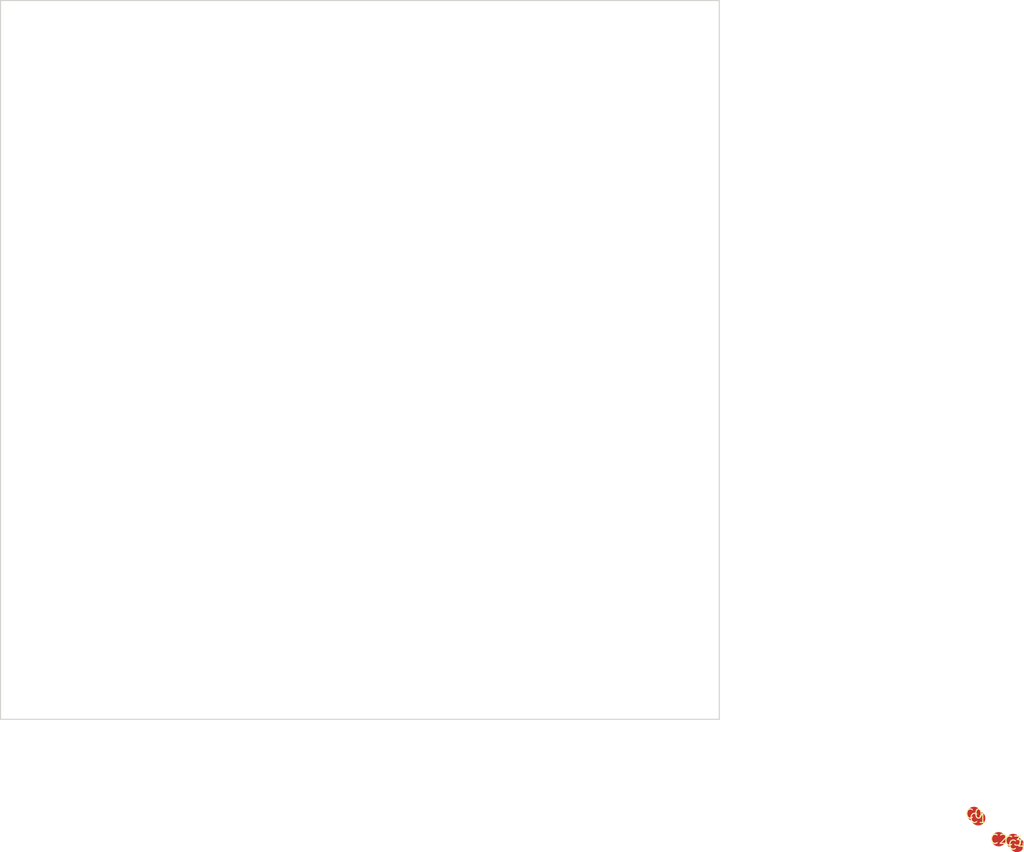
<source format=kicad_pcb>

(kicad_pcb (version 4) (host pcbnew 4.0.7)
  (general)
  (paper "A4")
  (layers
    (0 "F.Cu" signal)
    (31 "B.Cu" signal)
  )

  
  (module component_0 (layer F.Cu) (at 135.426 113.165)
    (fp_text reference "C0" (at 0 0) (layer F.SilkS))
    (fp_circle (center 0 0) (end 1 0) (layer F.Cu))
  )
        

  (module component_1 (layer F.Cu) (at 136.022 113.770)
    (fp_text reference "C1" (at 0 0) (layer F.SilkS))
    (fp_circle (center 0 0) (end 1 0) (layer F.Cu))
  )
        

  (module component_2 (layer F.Cu) (at 138.873 116.685)
    (fp_text reference "C2" (at 0 0) (layer F.SilkS))
    (fp_circle (center 0 0) (end 1 0) (layer F.Cu))
  )
        

  (module component_3 (layer F.Cu) (at 140.887 116.928)
    (fp_text reference "C3" (at 0 0) (layer F.SilkS))
    (fp_circle (center 0 0) (end 1 0) (layer F.Cu))
  )
        

  (module component_4 (layer F.Cu) (at 141.409 117.486)
    (fp_text reference "C4" (at 0 0) (layer F.SilkS))
    (fp_circle (center 0 0) (end 1 0) (layer F.Cu))
  )
        
  

  (gr_line (start 0 0) (end 100 0) (layer Edge.Cuts) (width 0.15))
  (gr_line (start 100 0) (end 100 100) (layer Edge.Cuts) (width 0.15))
  (gr_line (start 100 100) (end 0 100) (layer Edge.Cuts) (width 0.15))
  (gr_line (start 0 100) (end 0 0) (layer Edge.Cuts) (width 0.15))
)
        
</source>
